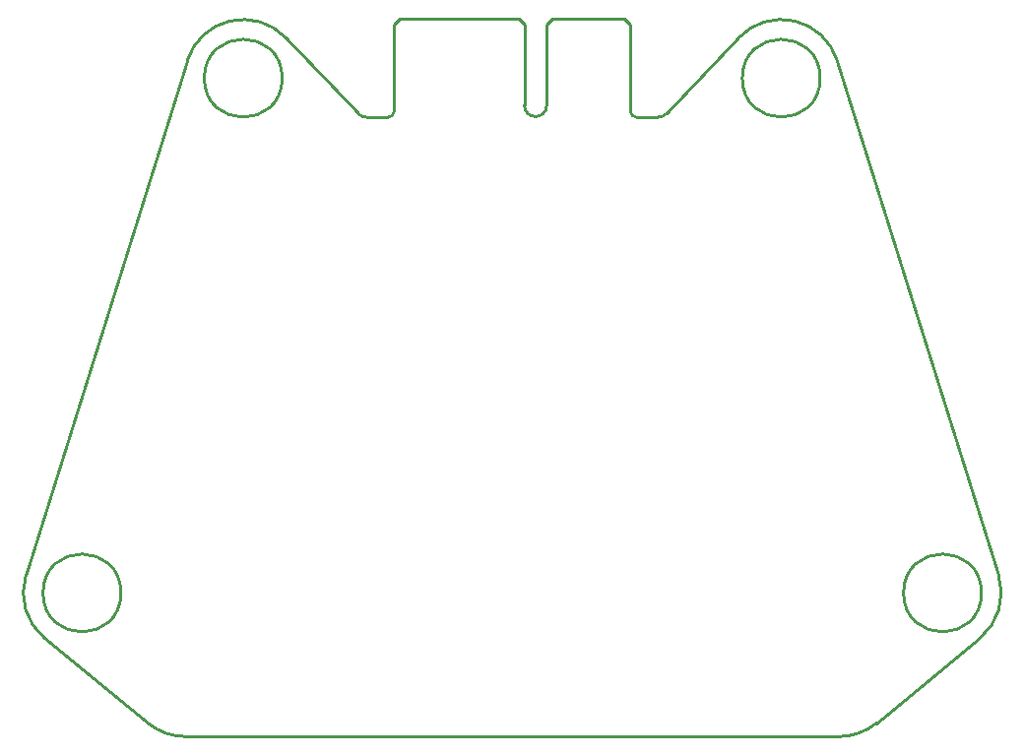
<source format=gbr>
%TF.GenerationSoftware,KiCad,Pcbnew,9.0.0*%
%TF.CreationDate,2025-05-31T20:06:25-04:00*%
%TF.ProjectId,status,73746174-7573-42e6-9b69-6361645f7063,rev?*%
%TF.SameCoordinates,Original*%
%TF.FileFunction,Profile,NP*%
%FSLAX46Y46*%
G04 Gerber Fmt 4.6, Leading zero omitted, Abs format (unit mm)*
G04 Created by KiCad (PCBNEW 9.0.0) date 2025-05-31 20:06:25*
%MOMM*%
%LPD*%
G01*
G04 APERTURE LIST*
%TA.AperFunction,Profile*%
%ADD10C,0.250000*%
%TD*%
G04 APERTURE END LIST*
D10*
X159678146Y-68835513D02*
X165883818Y-62312636D01*
X133143972Y-68831791D02*
X126941843Y-62312637D01*
X174511605Y-122419976D02*
X118314030Y-122419976D01*
X186763305Y-110068595D02*
G75*
G02*
X180063305Y-110068595I-3350000J0D01*
G01*
X180063305Y-110068595D02*
G75*
G02*
X186763305Y-110068595I3350000J0D01*
G01*
X159678146Y-68835513D02*
G75*
G02*
X158953640Y-69146260I-724546J689313D01*
G01*
X188232350Y-108558858D02*
G75*
G02*
X186615933Y-113973175I-4819050J-1509742D01*
G01*
X133872030Y-69146243D02*
X135755183Y-69146243D01*
X118314030Y-122419976D02*
G75*
G02*
X115111413Y-121274573I-30J5049976D01*
G01*
X158953640Y-69146243D02*
X157070478Y-69146243D01*
X186615928Y-113973169D02*
X177714231Y-121274549D01*
X133872030Y-69146243D02*
G75*
G02*
X133143985Y-68831778I-30J999943D01*
G01*
X165883818Y-62312636D02*
G75*
G02*
X174361649Y-64283707I3658782J-3480764D01*
G01*
X118464055Y-64283720D02*
G75*
G02*
X126941842Y-62312638I4819045J-1509740D01*
G01*
X112762355Y-110068595D02*
G75*
G02*
X106062355Y-110068595I-3350000J0D01*
G01*
X106062355Y-110068595D02*
G75*
G02*
X112762355Y-110068595I3350000J0D01*
G01*
X136255183Y-68646276D02*
G75*
G02*
X135755183Y-69146283I-499983J-24D01*
G01*
X174361605Y-64283569D02*
X188232349Y-108558706D01*
X172892560Y-65793456D02*
G75*
G02*
X166192560Y-65793456I-3350000J0D01*
G01*
X166192560Y-65793456D02*
G75*
G02*
X172892560Y-65793456I3350000J0D01*
G01*
X126633100Y-65793456D02*
G75*
G02*
X119933100Y-65793456I-3350000J0D01*
G01*
X119933100Y-65793456D02*
G75*
G02*
X126633100Y-65793456I3350000J0D01*
G01*
X106209767Y-113973198D02*
X115111431Y-121274551D01*
X157070478Y-69146243D02*
G75*
G02*
X156570457Y-68646242I22J500043D01*
G01*
X118464055Y-64283724D02*
X104588377Y-108574611D01*
X106209767Y-113973198D02*
G75*
G02*
X104588350Y-108574599I3202733J3904698D01*
G01*
X177714231Y-121274549D02*
G75*
G02*
X174511605Y-122419985I-3202631J3904549D01*
G01*
%TO.C,J1*%
X136263000Y-61188595D02*
X136263000Y-68644862D01*
X136763000Y-60688595D02*
X136263000Y-61188595D01*
X146963000Y-60688595D02*
X136763000Y-60688595D01*
X146963000Y-60688595D02*
X147463000Y-61188595D01*
X147463000Y-61188595D02*
X147463000Y-68138595D01*
X149363000Y-61188595D02*
X149363000Y-68138595D01*
X149863000Y-60688595D02*
X149363000Y-61188595D01*
X156063000Y-60688595D02*
X149863000Y-60688595D01*
X156063000Y-60688595D02*
X156563000Y-61188595D01*
X156563000Y-68644862D02*
X156563000Y-61188595D01*
X149363000Y-68138595D02*
G75*
G02*
X147463000Y-68138595I-950000J0D01*
G01*
%TD*%
M02*

</source>
